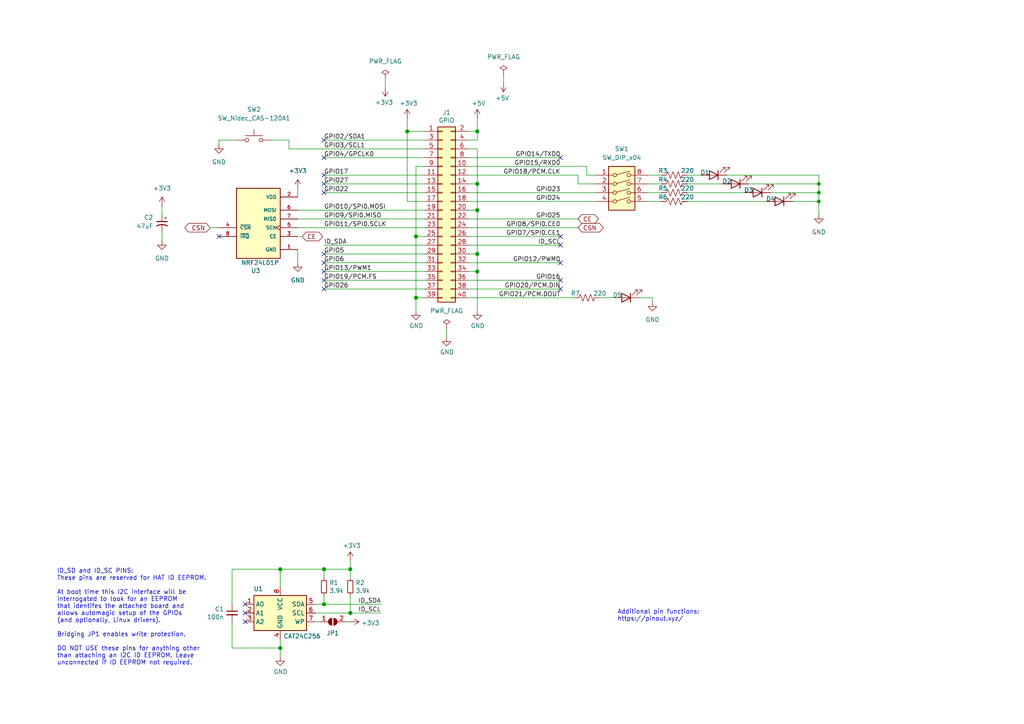
<source format=kicad_sch>
(kicad_sch (version 20231120) (generator "eeschema") (generator_version "8.0")
  (paper "A4")
  (title_block (date "15 nov 2012"))
  (lib_symbols
    (symbol "Connector_Generic:Conn_02x20_Odd_Even" (pin_names (offset 1.016) hide)
      (property "Reference" "J" (at 1.27 25.4 0))
      (property "Value" "Conn_02x20_Odd_Even" (at 1.27 -27.94 0))
      (symbol "Conn_02x20_Odd_Even_1_1"
        (rectangle (start -1.27 -25.273) (end 0 -25.527) (stroke (width 0.1524)))
        (rectangle (start -1.27 -22.733) (end 0 -22.987) (stroke (width 0.1524)))
        (rectangle (start -1.27 -20.193) (end 0 -20.447) (stroke (width 0.1524)))
        (rectangle (start -1.27 -17.653) (end 0 -17.907) (stroke (width 0.1524)))
        (rectangle (start -1.27 -15.113) (end 0 -15.367) (stroke (width 0.1524)))
        (rectangle (start -1.27 -12.573) (end 0 -12.827) (stroke (width 0.1524)))
        (rectangle (start -1.27 -10.033) (end 0 -10.287) (stroke (width 0.1524)))
        (rectangle (start -1.27 -7.493) (end 0 -7.747) (stroke (width 0.1524)))
        (rectangle (start -1.27 -4.953) (end 0 -5.207) (stroke (width 0.1524)))
        (rectangle (start -1.27 -2.413) (end 0 -2.667) (stroke (width 0.1524)))
        (rectangle (start -1.27 0.127) (end 0 -0.127) (stroke (width 0.1524)))
        (rectangle (start -1.27 2.667) (end 0 2.413) (stroke (width 0.1524)))
        (rectangle (start -1.27 5.207) (end 0 4.953) (stroke (width 0.1524)))
        (rectangle (start -1.27 7.747) (end 0 7.493) (stroke (width 0.1524)))
        (rectangle (start -1.27 10.287) (end 0 10.033) (stroke (width 0.1524)))
        (rectangle (start -1.27 12.827) (end 0 12.573) (stroke (width 0.1524)))
        (rectangle (start -1.27 15.367) (end 0 15.113) (stroke (width 0.1524)))
        (rectangle (start -1.27 17.907) (end 0 17.653) (stroke (width 0.1524)))
        (rectangle (start -1.27 20.447) (end 0 20.193) (stroke (width 0.1524)))
        (rectangle (start -1.27 22.987) (end 0 22.733) (stroke (width 0.1524)))
        (rectangle (start -1.27 24.13) (end 3.81 -26.67) (stroke (width 0.254)) (fill (type background)))
        (rectangle (start 3.81 -25.273) (end 2.54 -25.527) (stroke (width 0.1524)))
        (rectangle (start 3.81 -22.733) (end 2.54 -22.987) (stroke (width 0.1524)))
        (rectangle (start 3.81 -20.193) (end 2.54 -20.447) (stroke (width 0.1524)))
        (rectangle (start 3.81 -17.653) (end 2.54 -17.907) (stroke (width 0.1524)))
        (rectangle (start 3.81 -15.113) (end 2.54 -15.367) (stroke (width 0.1524)))
        (rectangle (start 3.81 -12.573) (end 2.54 -12.827) (stroke (width 0.1524)))
        (rectangle (start 3.81 -10.033) (end 2.54 -10.287) (stroke (width 0.1524)))
        (rectangle (start 3.81 -7.493) (end 2.54 -7.747) (stroke (width 0.1524)))
        (rectangle (start 3.81 -4.953) (end 2.54 -5.207) (stroke (width 0.1524)))
        (rectangle (start 3.81 -2.413) (end 2.54 -2.667) (stroke (width 0.1524)))
        (rectangle (start 3.81 0.127) (end 2.54 -0.127) (stroke (width 0.1524)))
        (rectangle (start 3.81 2.667) (end 2.54 2.413) (stroke (width 0.1524)))
        (rectangle (start 3.81 5.207) (end 2.54 4.953) (stroke (width 0.1524)))
        (rectangle (start 3.81 7.747) (end 2.54 7.493) (stroke (width 0.1524)))
        (rectangle (start 3.81 10.287) (end 2.54 10.033) (stroke (width 0.1524)))
        (rectangle (start 3.81 12.827) (end 2.54 12.573) (stroke (width 0.1524)))
        (rectangle (start 3.81 15.367) (end 2.54 15.113) (stroke (width 0.1524)))
        (rectangle (start 3.81 17.907) (end 2.54 17.653) (stroke (width 0.1524)))
        (rectangle (start 3.81 20.447) (end 2.54 20.193) (stroke (width 0.1524)))
        (rectangle (start 3.81 22.987) (end 2.54 22.733) (stroke (width 0.1524)))
        (pin passive line (at -5.08 22.86 0) (length 3.81) (name "Pin_1") (number "1"))
        (pin passive line (at 7.62 12.7 180) (length 3.81) (name "Pin_10") (number "10"))
        (pin passive line (at -5.08 10.16 0) (length 3.81) (name "Pin_11") (number "11"))
        (pin passive line (at 7.62 10.16 180) (length 3.81) (name "Pin_12") (number "12"))
        (pin passive line (at -5.08 7.62 0) (length 3.81) (name "Pin_13") (number "13"))
        (pin passive line (at 7.62 7.62 180) (length 3.81) (name "Pin_14") (number "14"))
        (pin passive line (at -5.08 5.08 0) (length 3.81) (name "Pin_15") (number "15"))
        (pin passive line (at 7.62 5.08 180) (length 3.81) (name "Pin_16") (number "16"))
        (pin passive line (at -5.08 2.54 0) (length 3.81) (name "Pin_17") (number "17"))
        (pin passive line (at 7.62 2.54 180) (length 3.81) (name "Pin_18") (number "18"))
        (pin passive line (at -5.08 0 0) (length 3.81) (name "Pin_19") (number "19"))
        (pin passive line (at 7.62 22.86 180) (length 3.81) (name "Pin_2") (number "2"))
        (pin passive line (at 7.62 0 180) (length 3.81) (name "Pin_20") (number "20"))
        (pin passive line (at -5.08 -2.54 0) (length 3.81) (name "Pin_21") (number "21"))
        (pin passive line (at 7.62 -2.54 180) (length 3.81) (name "Pin_22") (number "22"))
        (pin passive line (at -5.08 -5.08 0) (length 3.81) (name "Pin_23") (number "23"))
        (pin passive line (at 7.62 -5.08 180) (length 3.81) (name "Pin_24") (number "24"))
        (pin passive line (at -5.08 -7.62 0) (length 3.81) (name "Pin_25") (number "25"))
        (pin passive line (at 7.62 -7.62 180) (length 3.81) (name "Pin_26") (number "26"))
        (pin passive line (at -5.08 -10.16 0) (length 3.81) (name "Pin_27") (number "27"))
        (pin passive line (at 7.62 -10.16 180) (length 3.81) (name "Pin_28") (number "28"))
        (pin passive line (at -5.08 -12.7 0) (length 3.81) (name "Pin_29") (number "29"))
        (pin passive line (at -5.08 20.32 0) (length 3.81) (name "Pin_3") (number "3"))
        (pin passive line (at 7.62 -12.7 180) (length 3.81) (name "Pin_30") (number "30"))
        (pin passive line (at -5.08 -15.24 0) (length 3.81) (name "Pin_31") (number "31"))
        (pin passive line (at 7.62 -15.24 180) (length 3.81) (name "Pin_32") (number "32"))
        (pin passive line (at -5.08 -17.78 0) (length 3.81) (name "Pin_33") (number "33"))
        (pin passive line (at 7.62 -17.78 180) (length 3.81) (name "Pin_34") (number "34"))
        (pin passive line (at -5.08 -20.32 0) (length 3.81) (name "Pin_35") (number "35"))
        (pin passive line (at 7.62 -20.32 180) (length 3.81) (name "Pin_36") (number "36"))
        (pin passive line (at -5.08 -22.86 0) (length 3.81) (name "Pin_37") (number "37"))
        (pin passive line (at 7.62 -22.86 180) (length 3.81) (name "Pin_38") (number "38"))
        (pin passive line (at -5.08 -25.4 0) (length 3.81) (name "Pin_39") (number "39"))
        (pin passive line (at 7.62 20.32 180) (length 3.81) (name "Pin_4") (number "4"))
        (pin passive line (at 7.62 -25.4 180) (length 3.81) (name "Pin_40") (number "40"))
        (pin passive line (at -5.08 17.78 0) (length 3.81) (name "Pin_5") (number "5"))
        (pin passive line (at 7.62 17.78 180) (length 3.81) (name "Pin_6") (number "6"))
        (pin passive line (at -5.08 15.24 0) (length 3.81) (name "Pin_7") (number "7"))
        (pin passive line (at 7.62 15.24 180) (length 3.81) (name "Pin_8") (number "8"))
        (pin passive line (at -5.08 12.7 0) (length 3.81) (name "Pin_9") (number "9"))
      )
    )
    (symbol "Device:C_Polarized_Small_US" (pin_numbers hide) (pin_names (offset 0.254) hide)
      (property "Reference" "C" (at 0.254 1.778 0))
      (property "Value" "C_Polarized_Small_US" (at 0.254 -2.032 0))
      (symbol "C_Polarized_Small_US_0_1"
        (polyline (pts (xy -1.524 0.508) (xy 1.524 0.508)) (stroke (width 0.3048)))
        (polyline (pts (xy -1.27 1.524) (xy -0.762 1.524)))
        (polyline (pts (xy -1.016 1.27) (xy -1.016 1.778)))
        (arc (start 1.524 -0.762) (mid 0 -0.3734) (end -1.524 -0.762) (stroke (width 0.3048)))
      )
      (symbol "C_Polarized_Small_US_1_1"
        (pin passive line (at 0 2.54 270) (length 2.032) (name "~") (number "1"))
        (pin passive line (at 0 -2.54 90) (length 2.032) (name "~") (number "2"))
      )
    )
    (symbol "Device:C_Small" (pin_numbers hide) (pin_names (offset 0.254) hide)
      (property "Reference" "C" (at 0.254 1.778 0))
      (property "Value" "C_Small" (at 0.254 -2.032 0))
      (symbol "C_Small_0_1"
        (polyline (pts (xy -1.524 -0.508) (xy 1.524 -0.508)) (stroke (width 0.3302)))
        (polyline (pts (xy -1.524 0.508) (xy 1.524 0.508)) (stroke (width 0.3048)))
      )
      (symbol "C_Small_1_1"
        (pin passive line (at 0 2.54 270) (length 2.032) (name "~") (number "1"))
        (pin passive line (at 0 -2.54 90) (length 2.032) (name "~") (number "2"))
      )
    )
    (symbol "Device:LED" (pin_numbers hide) (pin_names (offset 1.016) hide)
      (property "Reference" "D" (at 0 2.54 0))
      (property "Value" "LED" (at 0 -2.54 0))
      (symbol "LED_0_1"
        (polyline (pts (xy -1.27 -1.27) (xy -1.27 1.27)) (stroke (width 0.254)))
        (polyline (pts (xy -1.27 0) (xy 1.27 0)))
        (polyline (pts (xy 1.27 -1.27) (xy 1.27 1.27) (xy -1.27 0) (xy 1.27 -1.27)) (stroke (width 0.254)))
        (polyline (pts (xy -3.048 -0.762) (xy -4.572 -2.286) (xy -3.81 -2.286) (xy -4.572 -2.286) (xy -4.572 -1.524)))
        (polyline (pts (xy -1.778 -0.762) (xy -3.302 -2.286) (xy -2.54 -2.286) (xy -3.302 -2.286) (xy -3.302 -1.524)))
      )
      (symbol "LED_1_1"
        (pin passive line (at -3.81 0 0) (length 2.54) (name "K") (number "1"))
        (pin passive line (at 3.81 0 180) (length 2.54) (name "A") (number "2"))
      )
    )
    (symbol "Device:R_Small" (pin_numbers hide) (pin_names (offset 0.254) hide)
      (property "Reference" "R" (at 0.762 0.508 0))
      (property "Value" "R_Small" (at 0.762 -1.016 0))
      (symbol "R_Small_0_1"
        (rectangle (start -0.762 1.778) (end 0.762 -1.778) (stroke (width 0.2032)))
      )
      (symbol "R_Small_1_1"
        (pin passive line (at 0 2.54 270) (length 0.762) (name "~") (number "1"))
        (pin passive line (at 0 -2.54 90) (length 0.762) (name "~") (number "2"))
      )
    )
    (symbol "Device:R_US" (pin_numbers hide) (pin_names (offset 0))
      (property "Reference" "R" (at 2.54 0 90))
      (property "Value" "R_US" (at -2.54 0 90))
      (symbol "R_US_0_1"
        (polyline (pts (xy 0 -2.286) (xy 0 -2.54)))
        (polyline (pts (xy 0 2.286) (xy 0 2.54)))
        (polyline (pts (xy 0 -0.762) (xy 1.016 -1.143) (xy 0 -1.524) (xy -1.016 -1.905) (xy 0 -2.286)))
        (polyline (pts (xy 0 0.762) (xy 1.016 0.381) (xy 0 0) (xy -1.016 -0.381) (xy 0 -0.762)))
        (polyline (pts (xy 0 2.286) (xy 1.016 1.905) (xy 0 1.524) (xy -1.016 1.143) (xy 0 0.762)))
      )
      (symbol "R_US_1_1"
        (pin passive line (at 0 3.81 270) (length 1.27) (name "~") (number "1"))
        (pin passive line (at 0 -3.81 90) (length 1.27) (name "~") (number "2"))
      )
    )
    (symbol "GND_1" (power) (pin_numbers hide) (pin_names (offset 0) hide)
      (property "Value" "GND" (at 0 -3.81 0))
      (symbol "GND_1_0_1"
        (polyline (pts (xy 0 0) (xy 0 -1.27) (xy 1.27 -1.27) (xy 0 -2.54) (xy -1.27 -1.27) (xy 0 -1.27)))
      )
      (symbol "GND_1_1_1"
        (pin power_in line (at 0 0 270) (length 0) (name "~") (number "1"))
      )
    )
    (symbol "Jumper:SolderJumper_2_Open" (pin_names (offset 0) hide)
      (property "Reference" "JP" (at 0 2.032 0))
      (property "Value" "SolderJumper_2_Open" (at 0 -2.54 0))
      (symbol "SolderJumper_2_Open_0_1"
        (arc (start -0.254 1.016) (mid -1.2656 0) (end -0.254 -1.016))
        (arc (start -0.254 1.016) (mid -1.2656 0) (end -0.254 -1.016) (fill (type outline)))
        (polyline (pts (xy -0.254 1.016) (xy -0.254 -1.016)))
        (polyline (pts (xy 0.254 1.016) (xy 0.254 -1.016)))
        (arc (start 0.254 -1.016) (mid 1.2656 0) (end 0.254 1.016))
        (arc (start 0.254 -1.016) (mid 1.2656 0) (end 0.254 1.016) (fill (type outline)))
      )
      (symbol "SolderJumper_2_Open_1_1"
        (pin passive line (at -3.81 0 0) (length 2.54) (name "A") (number "1"))
        (pin passive line (at 3.81 0 180) (length 2.54) (name "B") (number "2"))
      )
    )
    (symbol "Memory_EEPROM:CAT24C256"
      (property "Reference" "U" (at -6.35 6.35 0))
      (property "Value" "CAT24C256" (at 1.27 6.35 0))
      (symbol "CAT24C256_1_1"
        (rectangle (start -7.62 5.08) (end 7.62 -5.08) (stroke (width 0.254)) (fill (type background)))
        (pin input line (at -10.16 2.54 0) (length 2.54) (name "A0") (number "1"))
        (pin input line (at -10.16 0 0) (length 2.54) (name "A1") (number "2"))
        (pin input line (at -10.16 -2.54 0) (length 2.54) (name "A2") (number "3"))
        (pin power_in line (at 0 -7.62 90) (length 2.54) (name "GND") (number "4"))
        (pin bidirectional line (at 10.16 2.54 180) (length 2.54) (name "SDA") (number "5"))
        (pin input line (at 10.16 0 180) (length 2.54) (name "SCL") (number "6"))
        (pin input line (at 10.16 -2.54 180) (length 2.54) (name "WP") (number "7"))
        (pin power_in line (at 0 7.62 270) (length 2.54) (name "VCC") (number "8"))
      )
    )
    (symbol "NRF24L01P-MODULE-PCB_1" (pin_names (offset 1.016))
      (property "Reference" "U3" (at 3.048 14.986 0))
      (property "Value" "NRF24L01P" (at 4.318 12.7 0))
      (symbol "NRF24L01P-MODULE-PCB_1_0_0"
        (rectangle (start -2.54 11.43) (end 10.16 -8.89) (stroke (width 0.254)) (fill (type background)))
        (pin power_in line (at 15.24 8.89 180) (length 5.08) (name "GND") (number "1"))
        (pin power_in line (at 15.24 -6.35 180) (length 5.08) (name "VDD") (number "2"))
        (pin input line (at 15.24 5.08 180) (length 5.08) (name "CE") (number "3"))
        (pin input line (at -7.62 2.54 0) (length 5.08) (name "~{CSN}") (number "4"))
        (pin input clock (at 15.24 2.54 180) (length 5.08) (name "SCK") (number "5"))
        (pin input line (at 15.24 -2.54 180) (length 5.08) (name "MOSI") (number "6"))
        (pin input line (at 15.24 0 180) (length 5.08) (name "MISO") (number "7"))
        (pin input line (at -7.62 5.08 0) (length 5.08) (name "~{IRQ}") (number "8"))
      )
    )
    (symbol "Switch:SW_DIP_x04" (pin_names (offset 0) hide)
      (property "Reference" "SW" (at 0 8.89 0))
      (property "Value" "SW_DIP_x04" (at 0 -6.35 0))
      (symbol "SW_DIP_x04_0_0"
        (circle (center -2.032 -2.54) (radius 0.508))
        (circle (center -2.032 0) (radius 0.508))
        (circle (center -2.032 2.54) (radius 0.508))
        (circle (center -2.032 5.08) (radius 0.508))
        (polyline (pts (xy -1.524 -2.3876) (xy 2.3622 -1.3462)))
        (polyline (pts (xy -1.524 0.127) (xy 2.3622 1.1684)))
        (polyline (pts (xy -1.524 2.667) (xy 2.3622 3.7084)))
        (polyline (pts (xy -1.524 5.207) (xy 2.3622 6.2484)))
        (circle (center 2.032 -2.54) (radius 0.508))
        (circle (center 2.032 0) (radius 0.508))
        (circle (center 2.032 2.54) (radius 0.508))
        (circle (center 2.032 5.08) (radius 0.508))
      )
      (symbol "SW_DIP_x04_0_1"
        (rectangle (start -3.81 7.62) (end 3.81 -5.08) (stroke (width 0.254)) (fill (type background)))
      )
      (symbol "SW_DIP_x04_1_1"
        (pin passive line (at -7.62 5.08 0) (length 5.08) (name "~") (number "1"))
        (pin passive line (at -7.62 2.54 0) (length 5.08) (name "~") (number "2"))
        (pin passive line (at -7.62 0 0) (length 5.08) (name "~") (number "3"))
        (pin passive line (at -7.62 -2.54 0) (length 5.08) (name "~") (number "4"))
        (pin passive line (at 7.62 -2.54 180) (length 5.08) (name "~") (number "5"))
        (pin passive line (at 7.62 0 180) (length 5.08) (name "~") (number "6"))
        (pin passive line (at 7.62 2.54 180) (length 5.08) (name "~") (number "7"))
        (pin passive line (at 7.62 5.08 180) (length 5.08) (name "~") (number "8"))
      )
    )
    (symbol "Switch:SW_Push" (pin_numbers hide) (pin_names (offset 1.016) hide)
      (property "Reference" "SW" (at 1.27 2.54 0))
      (property "Value" "SW_Push" (at 0 -1.524 0))
      (symbol "SW_Push_0_1"
        (circle (center -2.032 0) (radius 0.508))
        (polyline (pts (xy 0 1.27) (xy 0 3.048)))
        (polyline (pts (xy 2.54 1.27) (xy -2.54 1.27)))
        (circle (center 2.032 0) (radius 0.508))
        (pin passive line (at -5.08 0 0) (length 2.54) (name "1") (number "1"))
        (pin passive line (at 5.08 0 180) (length 2.54) (name "2") (number "2"))
      )
    )
    (symbol "power:+3.3V" (power) (pin_names (offset 0))
      (property "Value" "+3.3V" (at 0 3.556 0))
      (symbol "+3.3V_0_1"
        (polyline (pts (xy -0.762 1.27) (xy 0 2.54)))
        (polyline (pts (xy 0 0) (xy 0 2.54)))
        (polyline (pts (xy 0 2.54) (xy 0.762 1.27)))
      )
      (symbol "+3.3V_1_1"
        (pin power_in line (at 0 0 90) (length 0) hide (name "+3V3") (number "1"))
      )
    )
    (symbol "power:+3V3" (power) (pin_numbers hide) (pin_names (offset 0) hide)
      (property "Value" "+3V3" (at 0 3.556 0))
      (symbol "+3V3_0_1"
        (polyline (pts (xy -0.762 1.27) (xy 0 2.54)))
        (polyline (pts (xy 0 0) (xy 0 2.54)))
        (polyline (pts (xy 0 2.54) (xy 0.762 1.27)))
      )
      (symbol "+3V3_1_1"
        (pin power_in line (at 0 0 90) (length 0) (name "~") (number "1"))
      )
    )
    (symbol "power:+5V" (power) (pin_names (offset 0))
      (property "Value" "+5V" (at 0 3.556 0))
      (symbol "+5V_0_1"
        (polyline (pts (xy -0.762 1.27) (xy 0 2.54)))
        (polyline (pts (xy 0 0) (xy 0 2.54)))
        (polyline (pts (xy 0 2.54) (xy 0.762 1.27)))
      )
      (symbol "+5V_1_1"
        (pin power_in line (at 0 0 90) (length 0) hide (name "+5V") (number "1"))
      )
    )
    (symbol "power:GND" (power) (pin_names (offset 0))
      (property "Value" "GND" (at 0 -3.81 0))
      (symbol "GND_0_1"
        (polyline (pts (xy 0 0) (xy 0 -1.27) (xy 1.27 -1.27) (xy 0 -2.54) (xy -1.27 -1.27) (xy 0 -1.27)))
      )
      (symbol "GND_1_1"
        (pin power_in line (at 0 0 270) (length 0) hide (name "GND") (number "1"))
      )
    )
    (symbol "power:PWR_FLAG" (power) (pin_numbers hide) (pin_names (offset 0) hide)
      (property "Value" "PWR_FLAG" (at 0 3.81 0))
      (symbol "PWR_FLAG_0_0"
        (pin power_out line (at 0 0 90) (length 0) (name "~") (number "1"))
      )
      (symbol "PWR_FLAG_0_1"
        (polyline (pts (xy 0 0) (xy 0 1.27) (xy -1.016 1.905) (xy 0 2.54) (xy 1.016 1.905) (xy 0 1.27)))
      )
    )
  )
  (junction (at 138.43 73.66) (diameter 1.016))
  (junction (at 101.6 165.1) (diameter 1.016))
  (junction (at 118.11 38.1) (diameter 1.016))
  (junction (at 138.43 78.74) (diameter 1.016))
  (junction (at 93.98 175.26) (diameter 1.016))
  (junction (at 237.49 53.34))
  (junction (at 237.49 55.88))
  (junction (at 120.65 68.58) (diameter 1.016))
  (junction (at 138.43 60.96) (diameter 1.016))
  (junction (at 138.43 53.34) (diameter 1.016))
  (junction (at 93.98 165.1) (diameter 1.016))
  (junction (at 237.49 58.42))
  (junction (at 81.28 187.96) (diameter 1.016))
  (junction (at 81.28 165.1) (diameter 1.016))
  (junction (at 120.65 86.36) (diameter 1.016))
  (junction (at 138.43 38.1) (diameter 1.016))
  (junction (at 101.6 177.8) (diameter 1.016))
  (no_connect (at 71.12 175.26))
  (no_connect (at 71.12 177.8))
  (no_connect (at 71.12 180.34))
  (no_connect (at 93.98 78.74))
  (no_connect (at 93.98 53.34))
  (no_connect (at 162.56 68.58))
  (no_connect (at 93.98 83.82))
  (no_connect (at 162.56 45.72))
  (no_connect (at 93.98 73.66))
  (no_connect (at 162.56 83.82))
  (no_connect (at 93.98 40.64))
  (no_connect (at 162.56 71.12))
  (no_connect (at 162.56 81.28))
  (no_connect (at 93.98 76.2))
  (no_connect (at 93.98 55.88))
  (no_connect (at 93.98 45.72))
  (no_connect (at 93.98 50.8))
  (no_connect (at 93.98 81.28))
  (no_connect (at 63.5 68.58))
  (no_connect (at 162.56 76.2))
  (wire (pts (xy 120.65 68.58) (xy 120.65 86.36)))
  (wire (pts (xy 187.96 58.42) (xy 191.77 58.42)))
  (wire (pts (xy 135.89 68.58) (xy 162.56 68.58)))
  (wire (pts (xy 123.19 50.8) (xy 93.98 50.8)))
  (wire (pts (xy 81.28 165.1) (xy 93.98 165.1)))
  (wire (pts (xy 101.6 165.1) (xy 93.98 165.1)))
  (wire (pts (xy 101.6 167.64) (xy 101.6 165.1)))
  (wire (pts (xy 86.36 60.96) (xy 123.19 60.96)))
  (wire (pts (xy 199.39 53.34) (xy 209.55 53.34)))
  (wire (pts (xy 138.43 43.18) (xy 138.43 53.34)))
  (wire (pts (xy 138.43 60.96) (xy 135.89 60.96)))
  (wire (pts (xy 86.36 68.58) (xy 87.63 68.58)))
  (wire (pts (xy 138.43 73.66) (xy 138.43 78.74)))
  (wire (pts (xy 60.96 66.04) (xy 63.5 66.04)))
  (wire (pts (xy 46.99 59.69) (xy 46.99 62.23)))
  (wire (pts (xy 83.82 40.64) (xy 83.82 43.18)))
  (wire (pts (xy 185.42 86.36) (xy 189.23 86.36)))
  (wire (pts (xy 138.43 60.96) (xy 138.43 73.66)))
  (wire (pts (xy 189.23 86.36) (xy 189.23 87.63)))
  (wire (pts (xy 135.89 45.72) (xy 162.56 45.72)))
  (wire (pts (xy 120.65 48.26) (xy 120.65 68.58)))
  (wire (pts (xy 170.18 50.8) (xy 170.18 48.26)))
  (wire (pts (xy 91.44 175.26) (xy 93.98 175.26)))
  (wire (pts (xy 93.98 175.26) (xy 110.49 175.26)))
  (wire (pts (xy 187.96 53.34) (xy 191.77 53.34)))
  (wire (pts (xy 63.5 41.91) (xy 63.5 40.64)))
  (wire (pts (xy 120.65 48.26) (xy 123.19 48.26)))
  (wire (pts (xy 91.44 180.34) (xy 92.71 180.34)))
  (wire (pts (xy 100.33 180.34) (xy 101.6 180.34)))
  (wire (pts (xy 199.39 50.8) (xy 203.2 50.8)))
  (wire (pts (xy 135.89 66.04) (xy 167.64 66.04)))
  (wire (pts (xy 123.19 71.12) (xy 93.98 71.12)))
  (wire (pts (xy 86.36 54.61) (xy 86.36 57.15)))
  (wire (pts (xy 93.98 73.66) (xy 123.19 73.66)))
  (wire (pts (xy 237.49 58.42) (xy 237.49 62.23)))
  (wire (pts (xy 229.87 58.42) (xy 237.49 58.42)))
  (wire (pts (xy 217.17 53.34) (xy 237.49 53.34)))
  (wire (pts (xy 129.54 95.25) (xy 129.54 97.79)))
  (wire (pts (xy 237.49 53.34) (xy 237.49 55.88)))
  (wire (pts (xy 120.65 68.58) (xy 123.19 68.58)))
  (wire (pts (xy 101.6 162.56) (xy 101.6 165.1)))
  (wire (pts (xy 135.89 55.88) (xy 172.72 55.88)))
  (wire (pts (xy 81.28 165.1) (xy 81.28 170.18)))
  (wire (pts (xy 237.49 55.88) (xy 237.49 58.42)))
  (wire (pts (xy 199.39 55.88) (xy 215.9 55.88)))
  (wire (pts (xy 135.89 86.36) (xy 166.37 86.36)))
  (wire (pts (xy 120.65 86.36) (xy 120.65 90.17)))
  (wire (pts (xy 172.72 53.34) (xy 167.64 53.34)))
  (wire (pts (xy 93.98 53.34) (xy 123.19 53.34)))
  (wire (pts (xy 101.6 172.72) (xy 101.6 177.8)))
  (wire (pts (xy 118.11 34.29) (xy 118.11 38.1)))
  (wire (pts (xy 138.43 78.74) (xy 135.89 78.74)))
  (wire (pts (xy 237.49 50.8) (xy 237.49 53.34)))
  (wire (pts (xy 210.82 50.8) (xy 237.49 50.8)))
  (wire (pts (xy 187.96 50.8) (xy 191.77 50.8)))
  (wire (pts (xy 173.99 86.36) (xy 177.8 86.36)))
  (wire (pts (xy 118.11 58.42) (xy 123.19 58.42)))
  (wire (pts (xy 123.19 40.64) (xy 93.98 40.64)))
  (wire (pts (xy 138.43 38.1) (xy 138.43 40.64)))
  (wire (pts (xy 223.52 55.88) (xy 237.49 55.88)))
  (wire (pts (xy 138.43 53.34) (xy 138.43 60.96)))
  (wire (pts (xy 135.89 50.8) (xy 167.64 50.8)))
  (wire (pts (xy 138.43 53.34) (xy 135.89 53.34)))
  (wire (pts (xy 138.43 34.29) (xy 138.43 38.1)))
  (wire (pts (xy 93.98 45.72) (xy 123.19 45.72)))
  (wire (pts (xy 93.98 165.1) (xy 93.98 167.64)))
  (wire (pts (xy 46.99 67.31) (xy 46.99 69.85)))
  (wire (pts (xy 138.43 38.1) (xy 135.89 38.1)))
  (wire (pts (xy 118.11 38.1) (xy 118.11 58.42)))
  (wire (pts (xy 83.82 43.18) (xy 123.19 43.18)))
  (wire (pts (xy 135.89 58.42) (xy 172.72 58.42)))
  (wire (pts (xy 135.89 48.26) (xy 170.18 48.26)))
  (wire (pts (xy 93.98 172.72) (xy 93.98 175.26)))
  (wire (pts (xy 63.5 40.64) (xy 68.58 40.64)))
  (wire (pts (xy 91.44 177.8) (xy 101.6 177.8)))
  (wire (pts (xy 101.6 177.8) (xy 110.49 177.8)))
  (wire (pts (xy 93.98 55.88) (xy 123.19 55.88)))
  (wire (pts (xy 146.05 21.59) (xy 146.05 24.13)))
  (wire (pts (xy 93.98 76.2) (xy 123.19 76.2)))
  (wire (pts (xy 138.43 40.64) (xy 135.89 40.64)))
  (wire (pts (xy 187.96 55.88) (xy 191.77 55.88)))
  (wire (pts (xy 93.98 81.28) (xy 123.19 81.28)))
  (wire (pts (xy 135.89 81.28) (xy 162.56 81.28)))
  (wire (pts (xy 135.89 76.2) (xy 162.56 76.2)))
  (wire (pts (xy 120.65 86.36) (xy 123.19 86.36)))
  (wire (pts (xy 135.89 83.82) (xy 162.56 83.82)))
  (wire (pts (xy 138.43 43.18) (xy 135.89 43.18)))
  (wire (pts (xy 93.98 83.82) (xy 123.19 83.82)))
  (wire (pts (xy 78.74 40.64) (xy 83.82 40.64)))
  (wire (pts (xy 86.36 63.5) (xy 123.19 63.5)))
  (wire (pts (xy 67.31 165.1) (xy 67.31 175.26)))
  (wire (pts (xy 67.31 180.34) (xy 67.31 187.96)))
  (wire (pts (xy 67.31 187.96) (xy 81.28 187.96)))
  (wire (pts (xy 81.28 165.1) (xy 67.31 165.1)))
  (wire (pts (xy 81.28 185.42) (xy 81.28 187.96)))
  (wire (pts (xy 81.28 187.96) (xy 81.28 190.5)))
  (wire (pts (xy 167.64 53.34) (xy 167.64 50.8)))
  (wire (pts (xy 138.43 78.74) (xy 138.43 90.17)))
  (wire (pts (xy 135.89 63.5) (xy 167.64 63.5)))
  (wire (pts (xy 123.19 78.74) (xy 93.98 78.74)))
  (wire (pts (xy 172.72 50.8) (xy 170.18 50.8)))
  (wire (pts (xy 138.43 73.66) (xy 135.89 73.66)))
  (wire (pts (xy 111.76 22.86) (xy 111.76 25.4)))
  (wire (pts (xy 118.11 38.1) (xy 123.19 38.1)))
  (wire (pts (xy 86.36 72.39) (xy 86.36 76.2)))
  (wire (pts (xy 199.39 58.42) (xy 222.25 58.42)))
  (wire (pts (xy 86.36 66.04) (xy 123.19 66.04)))
  (wire (pts (xy 135.89 71.12) (xy 162.56 71.12)))
  (text "ID_SD and ID_SC PINS:\nThese pins are reserved for HAT ID EEPROM.\n\nAt boot time this I2C interface will be\ninterrogated to look for an EEPROM\nthat identifes the attached board and\nallows automagic setup of the GPIOs\n(and optionally, Linux drivers).\n\nBridging JP1 enables write protection.\n\nDO NOT USE these pins for anything other\nthan attaching an I2C ID EEPROM. Leave\nunconnected if ID EEPROM not required." (at 16.51 193.04 0) (effects (font (size 1.27 1.27)) (justify left bottom)))
  (text "Additional pin functions:\nhttps://pinout.xyz/" (at 179.07 180.34 0) (effects (font (size 1.27 1.27)) (justify left bottom)))
  (label "ID_SDA" (at 93.98 71.12 0))
  (label "GPIO6" (at 93.98 76.2 0))
  (label "ID_SDA" (at 110.49 175.26 180))
  (label "ID_SCL" (at 162.56 71.12 180))
  (label "GPIO5" (at 93.98 73.66 0))
  (label "GPIO21{slash}PCM.DOUT" (at 162.56 86.36 180))
  (label "GPIO19{slash}PCM.FS" (at 93.98 81.28 0))
  (label "GPIO10{slash}SPI0.MOSI" (at 93.98 60.96 0))
  (label "GPIO9{slash}SPI0.MISO" (at 93.98 63.5 0))
  (label "GPIO23" (at 162.56 55.88 180))
  (label "GPIO4{slash}GPCLK0" (at 93.98 45.72 0))
  (label "GPIO27" (at 93.98 53.34 0))
  (label "GPIO26" (at 93.98 83.82 0))
  (label "GPIO14{slash}TXD0" (at 162.56 45.72 180))
  (label "GPIO8{slash}SPI0.CE0" (at 162.56 66.04 180))
  (label "GPIO15{slash}RXD0" (at 162.56 48.26 180))
  (label "GPIO16" (at 162.56 81.28 180))
  (label "GPIO22" (at 93.98 55.88 0))
  (label "GPIO2{slash}SDA1" (at 93.98 40.64 0))
  (label "GPIO17" (at 93.98 50.8 0))
  (label "GPIO25" (at 162.56 63.5 180))
  (label "GPIO3{slash}SCL1" (at 93.98 43.18 0))
  (label "GPIO18{slash}PCM.CLK" (at 162.56 50.8 180))
  (label "GPIO12{slash}PWM0" (at 162.56 76.2 180))
  (label "GPIO13{slash}PWM1" (at 93.98 78.74 0))
  (label "GPIO20{slash}PCM.DIN" (at 162.56 83.82 180))
  (label "GPIO24" (at 162.56 58.42 180))
  (label "GPIO7{slash}SPI0.CE1" (at 162.56 68.58 180))
  (label "ID_SCL" (at 110.49 177.8 180))
  (label "GPIO11{slash}SPI0.SCLK" (at 93.98 66.04 0))
  (global_label "CSN" (shape bidirectional) (at 60.96 66.04 180) (property "Intersheetrefs" "${INTERSHEET_REFS}" (effects (hide yes))))
  (global_label "CE" (shape bidirectional) (at 167.64 63.5 0) (property "Intersheetrefs" "${INTERSHEET_REFS}" (effects (hide yes))))
  (global_label "CSN" (shape bidirectional) (at 167.64 66.04 0) (property "Intersheetrefs" "${INTERSHEET_REFS}" (effects (hide yes))))
  (global_label "CE" (shape bidirectional) (at 87.63 68.58 0) (property "Intersheetrefs" "${INTERSHEET_REFS}" (effects (hide yes))))
  (symbol (lib_id "power:+5V") (at 138.43 34.29 0) (unit 1)
    (property "Reference" "#PWR01" (effects (hide yes)))
    (property "Value" "+5V" (at 138.7983 29.9656 0))
  )
  (symbol (lib_id "power:+3.3V") (at 118.11 34.29 0) (unit 1)
    (property "Reference" "#PWR04" (effects (hide yes)))
    (property "Value" "+3V3" (at 118.4783 29.9656 0))
  )
  (symbol (lib_id "power:GND") (at 138.43 90.17 0) (unit 1)
    (property "Reference" "#PWR02" (effects (hide yes)))
    (property "Value" "GND" (at 138.5443 94.4944 0))
  )
  (symbol (lib_id "power:GND") (at 120.65 90.17 0) (unit 1)
    (property "Reference" "#PWR03" (effects (hide yes)))
    (property "Value" "GND" (at 120.7643 94.4944 0))
  )
  (symbol (lib_id "Connector_Generic:Conn_02x20_Odd_Even") (at 128.27 60.96 0) (unit 1) (exclude_from_sim yes)
    (property "Reference" "J1" (at 129.54 32.6198 0))
    (property "Value" "GPIO" (at 129.54 34.925 0))
    (property "Footprint" "Connector_PinSocket_2.54mm:PinSocket_2x20_P2.54mm_Vertical" (effects (hide yes)))
  )
  (symbol (lib_id "Device:R_US") (at 170.18 86.36 90) (unit 1)
    (property "Reference" "R7" (at 166.878 85.09 90))
    (property "Value" "220" (at 173.99 85.09 90))
    (property "Footprint" "Resistor_THT:R_Axial_DIN0309_L9.0mm_D3.2mm_P12.70mm_Horizontal" (effects (hide yes)))
    (property "Description" "Resistor, US symbol" (effects (hide yes)))
  )
  (symbol (lib_id "Device:C_Small") (at 67.31 177.8 0) (unit 1)
    (property "Reference" "C1" (at 64.9858 176.6506 0) (effects (justify right)))
    (property "Value" "100n" (at 64.9858 178.9493 0) (effects (justify right)))
    (property "Footprint" "Capacitor_THT:CP_Radial_D8.0mm_P5.00mm" (effects (hide yes)))
  )
  (symbol (lib_name "GND_1") (lib_id "power:GND") (at 46.99 69.85 0) (unit 1)
    (property "Reference" "#PWR08" (effects (hide yes)))
    (property "Value" "GND" (at 46.99 74.93 0))
    (property "Description" "Power symbol creates a global label with name \"GND\" , ground" (effects (hide yes)))
  )
  (symbol (lib_id "power:PWR_FLAG") (at 129.54 95.25 0) (unit 1)
    (property "Reference" "#FLG03" (effects (hide yes)))
    (property "Value" "PWR_FLAG" (at 129.54 90.17 0))
    (property "Description" "Special symbol for telling ERC where power comes from" (effects (hide yes)))
  )
  (symbol (lib_id "power:+3.3V") (at 111.76 25.4 180) (unit 1)
    (property "Reference" "#PWR014" (effects (hide yes)))
    (property "Value" "+3V3" (at 111.3917 29.7244 0))
  )
  (symbol (lib_id "Device:R_Small") (at 93.98 170.18 0) (unit 1)
    (property "Reference" "R1" (at 95.4786 169.037 0) (effects (justify left)))
    (property "Value" "3.9k" (at 95.4787 171.3293 0) (effects (justify left)))
    (property "Footprint" "Resistor_THT:R_Axial_DIN0309_L9.0mm_D3.2mm_P12.70mm_Horizontal" (effects (hide yes)))
  )
  (symbol (lib_id "Device:R_US") (at 195.58 58.42 90) (unit 1)
    (property "Reference" "R6" (at 192.278 57.15 90))
    (property "Value" "220" (at 199.39 57.15 90))
    (property "Footprint" "Resistor_THT:R_Axial_DIN0309_L9.0mm_D3.2mm_P12.70mm_Horizontal" (effects (hide yes)))
    (property "Description" "Resistor, US symbol" (effects (hide yes)))
  )
  (symbol (lib_id "Device:LED") (at 207.01 50.8 180) (unit 1) (exclude_from_sim yes)
    (property "Reference" "D1" (at 204.47 50.038 0))
    (property "Value" "LED" (effects (hide yes)))
    (property "Footprint" "LED_THT:LED_D5.0mm_Horizontal_O1.27mm_Z3.0mm" (effects (hide yes)))
    (property "Description" "Light emitting diode" (effects (hide yes)))
  )
  (symbol (lib_id "Device:LED") (at 181.61 86.36 180) (unit 1) (exclude_from_sim yes)
    (property "Reference" "D5" (at 179.07 85.598 0))
    (property "Value" "LED" (effects (hide yes)))
    (property "Footprint" "LED_THT:LED_D5.0mm_Horizontal_O1.27mm_Z3.0mm" (effects (hide yes)))
    (property "Description" "Light emitting diode" (effects (hide yes)))
  )
  (symbol (lib_id "Jumper:SolderJumper_2_Open") (at 96.52 180.34 0) (unit 1) (exclude_from_sim yes)
    (property "Reference" "JP1" (at 96.52 183.623 0))
    (property "Value" "ID_WP" (effects (hide yes)))
    (property "Footprint" "Jumper:SolderJumper-2_P1.3mm_Open_RoundedPad1.0x1.5mm" (effects (hide yes)))
  )
  (symbol (lib_id "power:GND") (at 129.54 97.79 0) (unit 1)
    (property "Reference" "#PWR015" (effects (hide yes)))
    (property "Value" "GND" (at 129.6543 102.1144 0))
  )
  (symbol (lib_id "Device:R_Small") (at 101.6 170.18 0) (unit 1)
    (property "Reference" "R2" (at 103.0986 169.037 0) (effects (justify left)))
    (property "Value" "3.9k" (at 103.0987 171.3293 0) (effects (justify left)))
    (property "Footprint" "Resistor_THT:R_Axial_DIN0309_L9.0mm_D3.2mm_P12.70mm_Horizontal" (effects (hide yes)))
  )
  (symbol (lib_name "GND_1") (lib_id "power:GND") (at 86.36 76.2 0) (unit 1)
    (property "Reference" "#PWR06" (effects (hide yes)))
    (property "Value" "GND" (at 86.36 81.28 0))
    (property "Description" "Power symbol creates a global label with name \"GND\" , ground" (effects (hide yes)))
  )
  (symbol (lib_id "power:+3.3V") (at 101.6 162.56 0) (unit 1)
    (property "Reference" "#PWR0101" (effects (hide yes)))
    (property "Value" "+3V3" (at 101.9683 158.2356 0))
  )
  (symbol (lib_id "Device:LED") (at 226.06 58.42 180) (unit 1) (exclude_from_sim yes)
    (property "Reference" "D4" (at 223.52 57.658 0))
    (property "Value" "LED" (effects (hide yes)))
    (property "Footprint" "LED_THT:LED_D5.0mm_Horizontal_O1.27mm_Z3.0mm" (effects (hide yes)))
    (property "Description" "Light emitting diode" (effects (hide yes)))
  )
  (symbol (lib_name "GND_1") (lib_id "power:GND") (at 189.23 87.63 0) (unit 1)
    (property "Reference" "#PWR012" (effects (hide yes)))
    (property "Value" "GND" (at 189.23 92.71 0))
    (property "Description" "Power symbol creates a global label with name \"GND\" , ground" (effects (hide yes)))
  )
  (symbol (lib_id "power:+5V") (at 146.05 24.13 180) (unit 1)
    (property "Reference" "#PWR013" (effects (hide yes)))
    (property "Value" "+5V" (at 145.6817 28.4544 0))
  )
  (symbol (lib_id "power:+3V3") (at 86.36 54.61 0) (unit 1)
    (property "Reference" "#PWR05" (effects (hide yes)))
    (property "Value" "+3V3" (at 86.36 49.53 0))
    (property "Description" "Power symbol creates a global label with name \"+3V3\"" (effects (hide yes)))
  )
  (symbol (lib_id "Switch:SW_DIP_x04") (at 180.34 55.88 0) (unit 1) (exclude_from_sim yes)
    (property "Reference" "SW1" (at 180.34 43.18 0))
    (property "Value" "SW_DIP_x04" (at 180.34 45.72 0))
    (property "Footprint" "Button_Switch_THT:SW_DIP_SPSTx04_Slide_6.7x11.72mm_W7.62mm_P2.54mm_LowProfile" (effects (hide yes)))
    (property "Description" "4x DIP Switch, Single Pole Single Throw (SPST) switch, small symbol" (effects (hide yes)))
  )
  (symbol (lib_id "Memory_EEPROM:CAT24C256") (at 81.28 177.8 0) (unit 1) (exclude_from_sim yes)
    (property "Reference" "U1" (at 74.93 170.7958 0))
    (property "Value" "CAT24C256" (at 87.63 184.5245 0))
    (property "Footprint" "Package_SO:SO-8_3.9x4.9mm_P1.27mm" (effects (hide yes)))
    (property "Datasheet" "https://www.onsemi.cn/PowerSolutions/document/CAT24C256-D.PDF" (effects (hide yes)))
  )
  (symbol (lib_id "power:PWR_FLAG") (at 146.05 21.59 0) (unit 1)
    (property "Reference" "#FLG01" (effects (hide yes)))
    (property "Value" "PWR_FLAG" (at 146.05 16.51 0))
    (property "Description" "Special symbol for telling ERC where power comes from" (effects (hide yes)))
  )
  (symbol (lib_id "Device:LED") (at 219.71 55.88 180) (unit 1) (exclude_from_sim yes)
    (property "Reference" "D3" (at 217.17 55.118 0))
    (property "Value" "LED" (effects (hide yes)))
    (property "Footprint" "LED_THT:LED_D5.0mm_Horizontal_O1.27mm_Z3.0mm" (effects (hide yes)))
    (property "Description" "Light emitting diode" (effects (hide yes)))
  )
  (symbol (lib_id "Device:C_Polarized_Small_US") (at 46.99 64.77 0) (mirror y) (unit 1)
    (property "Reference" "C2" (at 44.45 63.0681 0) (effects (justify left)))
    (property "Value" "47uF" (at 44.45 65.6081 0) (effects (justify left)))
    (property "Footprint" "Capacitor_THT:CP_Radial_D8.0mm_P5.00mm" (effects (hide yes)))
    (property "Description" "Polarized capacitor, small US symbol" (effects (hide yes)))
  )
  (symbol (lib_id "Device:LED") (at 213.36 53.34 180) (unit 1) (exclude_from_sim yes)
    (property "Reference" "D2" (at 210.82 52.578 0))
    (property "Value" "LED" (effects (hide yes)))
    (property "Footprint" "LED_THT:LED_D5.0mm_Horizontal_O1.27mm_Z3.0mm" (effects (hide yes)))
    (property "Description" "Light emitting diode" (effects (hide yes)))
  )
  (symbol (lib_id "Device:R_US") (at 195.58 50.8 90) (unit 1)
    (property "Reference" "R3" (at 192.278 49.53 90))
    (property "Value" "220" (at 199.39 49.53 90))
    (property "Footprint" "Resistor_THT:R_Axial_DIN0309_L9.0mm_D3.2mm_P12.70mm_Horizontal" (effects (hide yes)))
    (property "Description" "Resistor, US symbol" (effects (hide yes)))
  )
  (symbol (lib_name "GND_1") (lib_id "power:GND") (at 63.5 41.91 0) (unit 1)
    (property "Reference" "#PWR09" (effects (hide yes)))
    (property "Value" "GND" (at 63.5 46.99 0))
    (property "Description" "Power symbol creates a global label with name \"GND\" , ground" (effects (hide yes)))
  )
  (symbol (lib_name "NRF24L01P-MODULE-PCB_1") (lib_id "NRF24L01P-MODULE-PCB:NRF24L01P-MODULE-PCB") (at 71.12 63.5 0) (mirror x) (unit 1) (exclude_from_sim yes)
    (property "Reference" "U3" (at 74.168 78.486 0))
    (property "Value" "NRF24L01P" (at 75.438 76.2 0))
    (property "Footprint" "NRF24L01P-MODULE-PCB:XCVR_NRF24L01P-MODULE-PCB" (effects (hide yes)))
    (property "Description_1" "nRF24L01 Evaluation Board" (effects (hide yes)))
  )
  (symbol (lib_id "power:GND") (at 81.28 190.5 0) (unit 1)
    (property "Reference" "#PWR0102" (effects (hide yes)))
    (property "Value" "GND" (at 81.3943 194.8244 0))
  )
  (symbol (lib_id "power:PWR_FLAG") (at 111.76 22.86 0) (unit 1)
    (property "Reference" "#FLG02" (effects (hide yes)))
    (property "Value" "PWR_FLAG" (at 111.76 17.78 0))
    (property "Description" "Special symbol for telling ERC where power comes from" (effects (hide yes)))
  )
  (symbol (lib_id "Switch:SW_Push") (at 73.66 40.64 0) (unit 1)
    (property "Reference" "SW2" (at 73.66 31.75 0))
    (property "Value" "SW_Nidec_CAS-120A1" (at 73.66 34.29 0))
    (property "Footprint" "Button_Switch_SMD:SW_SPST_Omron_B3FS-101xP" (effects (hide yes)))
    (property "Description" "Push button switch, generic, two pins" (effects (hide yes)))
  )
  (symbol (lib_id "power:+3.3V") (at 101.6 180.34 270) (unit 1)
    (property "Reference" "#PWR0103" (effects (hide yes)))
    (property "Value" "+3V3" (at 104.7751 180.7083 90) (effects (justify left)))
  )
  (symbol (lib_name "GND_1") (lib_id "power:GND") (at 237.49 62.23 0) (unit 1)
    (property "Reference" "#PWR011" (effects (hide yes)))
    (property "Value" "GND" (at 237.49 67.31 0))
    (property "Description" "Power symbol creates a global label with name \"GND\" , ground" (effects (hide yes)))
  )
  (symbol (lib_id "power:+3V3") (at 46.99 59.69 0) (unit 1)
    (property "Reference" "#PWR07" (effects (hide yes)))
    (property "Value" "+3V3" (at 46.99 54.61 0))
    (property "Description" "Power symbol creates a global label with name \"+3V3\"" (effects (hide yes)))
  )
  (symbol (lib_id "Device:R_US") (at 195.58 55.88 90) (unit 1)
    (property "Reference" "R5" (at 192.278 54.61 90))
    (property "Value" "220" (at 199.39 54.61 90))
    (property "Footprint" "Resistor_THT:R_Axial_DIN0309_L9.0mm_D3.2mm_P12.70mm_Horizontal" (effects (hide yes)))
    (property "Description" "Resistor, US symbol" (effects (hide yes)))
  )
  (symbol (lib_id "Device:R_US") (at 195.58 53.34 90) (unit 1)
    (property "Reference" "R4" (at 192.278 52.07 90))
    (property "Value" "220" (at 199.39 52.07 90))
    (property "Footprint" "Resistor_THT:R_Axial_DIN0309_L9.0mm_D3.2mm_P12.70mm_Horizontal" (effects (hide yes)))
    (property "Description" "Resistor, US symbol" (effects (hide yes)))
  )
)
</source>
